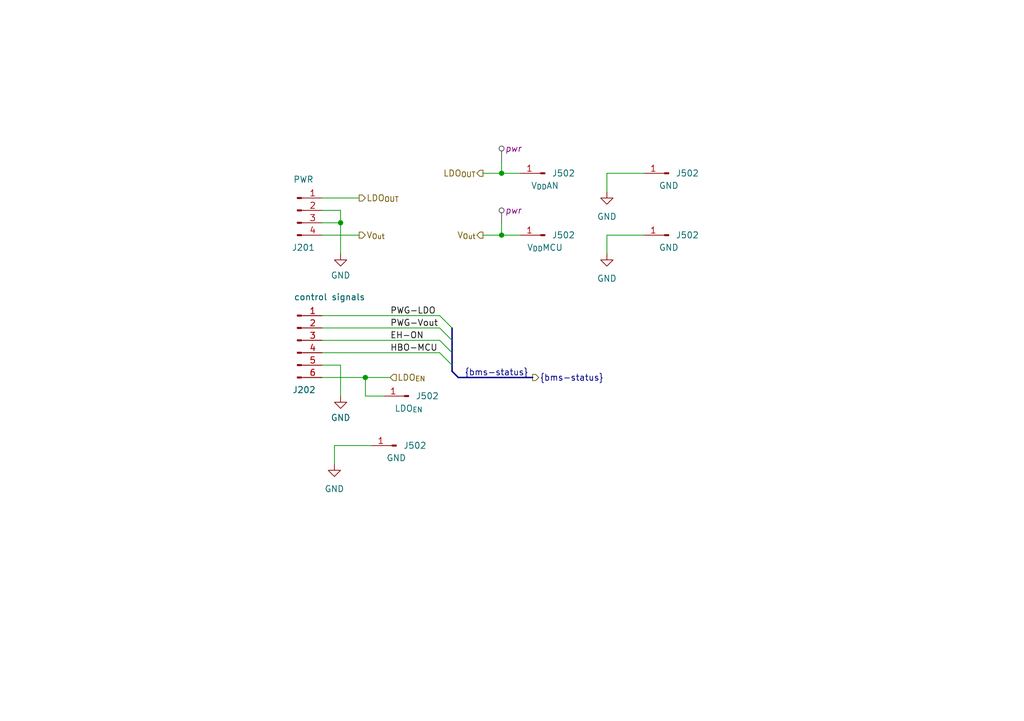
<source format=kicad_sch>
(kicad_sch (version 20230121) (generator eeschema)
  (paper "A5")
  (lib_symbols
    (symbol "Connector:Conn_01x01_Pin" (pin_names (offset 1.016) hide)
      (property "Reference" "J" (at 0 2.54 0))
      (property "Value" "Conn_01x01_Pin" (at 0 -2.54 0))
      (symbol "Conn_01x01_Pin_1_1"
        (polyline (pts (xy 1.27 0) (xy 0.8636 0)) (stroke (width 0.1524)))
        (rectangle (start 0.8636 0.127) (end 0 -0.127) (stroke (width 0.1524)) (fill (type outline)))
        (pin passive line (at 5.08 0 180) (length 3.81) (name "Pin_1") (number "1"))
      )
    )
    (symbol "Connector:Conn_01x04_Pin" (pin_names (offset 1.016) hide)
      (property "Reference" "J" (at 0 5.08 0))
      (property "Value" "Conn_01x04_Pin" (at 0 -7.62 0))
      (symbol "Conn_01x04_Pin_1_1"
        (polyline (pts (xy 1.27 -5.08) (xy 0.8636 -5.08)) (stroke (width 0.1524)))
        (polyline (pts (xy 1.27 -2.54) (xy 0.8636 -2.54)) (stroke (width 0.1524)))
        (polyline (pts (xy 1.27 0) (xy 0.8636 0)) (stroke (width 0.1524)))
        (polyline (pts (xy 1.27 2.54) (xy 0.8636 2.54)) (stroke (width 0.1524)))
        (rectangle (start 0.8636 -4.953) (end 0 -5.207) (stroke (width 0.1524)) (fill (type outline)))
        (rectangle (start 0.8636 -2.413) (end 0 -2.667) (stroke (width 0.1524)) (fill (type outline)))
        (rectangle (start 0.8636 0.127) (end 0 -0.127) (stroke (width 0.1524)) (fill (type outline)))
        (rectangle (start 0.8636 2.667) (end 0 2.413) (stroke (width 0.1524)) (fill (type outline)))
        (pin passive line (at 5.08 2.54 180) (length 3.81) (name "Pin_1") (number "1"))
        (pin passive line (at 5.08 0 180) (length 3.81) (name "Pin_2") (number "2"))
        (pin passive line (at 5.08 -2.54 180) (length 3.81) (name "Pin_3") (number "3"))
        (pin passive line (at 5.08 -5.08 180) (length 3.81) (name "Pin_4") (number "4"))
      )
    )
    (symbol "Connector:Conn_01x06_Pin" (pin_names (offset 1.016) hide)
      (property "Reference" "J" (at 0 7.62 0))
      (property "Value" "Conn_01x06_Pin" (at 0 -10.16 0))
      (symbol "Conn_01x06_Pin_1_1"
        (polyline (pts (xy 1.27 -7.62) (xy 0.8636 -7.62)) (stroke (width 0.1524)))
        (polyline (pts (xy 1.27 -5.08) (xy 0.8636 -5.08)) (stroke (width 0.1524)))
        (polyline (pts (xy 1.27 -2.54) (xy 0.8636 -2.54)) (stroke (width 0.1524)))
        (polyline (pts (xy 1.27 0) (xy 0.8636 0)) (stroke (width 0.1524)))
        (polyline (pts (xy 1.27 2.54) (xy 0.8636 2.54)) (stroke (width 0.1524)))
        (polyline (pts (xy 1.27 5.08) (xy 0.8636 5.08)) (stroke (width 0.1524)))
        (rectangle (start 0.8636 -7.493) (end 0 -7.747) (stroke (width 0.1524)) (fill (type outline)))
        (rectangle (start 0.8636 -4.953) (end 0 -5.207) (stroke (width 0.1524)) (fill (type outline)))
        (rectangle (start 0.8636 -2.413) (end 0 -2.667) (stroke (width 0.1524)) (fill (type outline)))
        (rectangle (start 0.8636 0.127) (end 0 -0.127) (stroke (width 0.1524)) (fill (type outline)))
        (rectangle (start 0.8636 2.667) (end 0 2.413) (stroke (width 0.1524)) (fill (type outline)))
        (rectangle (start 0.8636 5.207) (end 0 4.953) (stroke (width 0.1524)) (fill (type outline)))
        (pin passive line (at 5.08 5.08 180) (length 3.81) (name "Pin_1") (number "1"))
        (pin passive line (at 5.08 2.54 180) (length 3.81) (name "Pin_2") (number "2"))
        (pin passive line (at 5.08 0 180) (length 3.81) (name "Pin_3") (number "3"))
        (pin passive line (at 5.08 -2.54 180) (length 3.81) (name "Pin_4") (number "4"))
        (pin passive line (at 5.08 -5.08 180) (length 3.81) (name "Pin_5") (number "5"))
        (pin passive line (at 5.08 -7.62 180) (length 3.81) (name "Pin_6") (number "6"))
      )
    )
    (symbol "power:GND" (power) (pin_names (offset 0))
      (property "Value" "GND" (at 0 -3.81 0))
      (symbol "GND_0_1"
        (polyline (pts (xy 0 0) (xy 0 -1.27) (xy 1.27 -1.27) (xy 0 -2.54) (xy -1.27 -1.27) (xy 0 -1.27)))
      )
      (symbol "GND_1_1"
        (pin power_in line (at 0 0 270) (length 0) hide (name "GND") (number "1"))
      )
    )
  )
  (junction (at 102.87 35.56))
  (junction (at 74.93 77.47))
  (junction (at 69.85 45.72))
  (junction (at 102.87 48.26))
  (bus_entry (at 90.17 69.85) (size 2.54 2.54))
  (bus_entry (at 90.17 72.39) (size 2.54 2.54))
  (bus_entry (at 90.17 64.77) (size 2.54 2.54))
  (bus_entry (at 90.17 67.31) (size 2.54 2.54))
  (wire (pts (xy 74.93 77.47) (xy 66.04 77.47)))
  (wire (pts (xy 69.85 74.93) (xy 69.85 81.28)))
  (bus (pts (xy 92.71 67.31) (xy 92.71 69.85)))
  (wire (pts (xy 102.87 48.26) (xy 106.68 48.26)))
  (wire (pts (xy 102.87 35.56) (xy 106.68 35.56)))
  (wire (pts (xy 73.66 48.26) (xy 66.04 48.26)))
  (wire (pts (xy 68.58 91.44) (xy 76.2 91.44)))
  (wire (pts (xy 66.04 69.85) (xy 90.17 69.85)))
  (wire (pts (xy 124.46 48.26) (xy 132.08 48.26)))
  (wire (pts (xy 66.04 67.31) (xy 90.17 67.31)))
  (wire (pts (xy 74.93 81.28) (xy 74.93 77.47)))
  (wire (pts (xy 80.01 77.47) (xy 74.93 77.47)))
  (wire (pts (xy 66.04 72.39) (xy 90.17 72.39)))
  (wire (pts (xy 66.04 74.93) (xy 69.85 74.93)))
  (bus (pts (xy 93.98 77.47) (xy 109.22 77.47)))
  (wire (pts (xy 99.06 35.56) (xy 102.87 35.56)))
  (bus (pts (xy 92.71 72.39) (xy 92.71 74.93)))
  (wire (pts (xy 78.74 81.28) (xy 74.93 81.28)))
  (wire (pts (xy 124.46 39.37) (xy 124.46 35.56)))
  (wire (pts (xy 124.46 35.56) (xy 132.08 35.56)))
  (wire (pts (xy 102.87 45.72) (xy 102.87 48.26)))
  (bus (pts (xy 92.71 74.93) (xy 92.71 76.2)))
  (bus (pts (xy 92.71 76.2) (xy 93.98 77.47)))
  (wire (pts (xy 69.85 43.18) (xy 69.85 45.72)))
  (wire (pts (xy 99.06 48.26) (xy 102.87 48.26)))
  (bus (pts (xy 92.71 69.85) (xy 92.71 72.39)))
  (wire (pts (xy 68.58 95.25) (xy 68.58 91.44)))
  (wire (pts (xy 66.04 40.64) (xy 73.66 40.64)))
  (wire (pts (xy 66.04 43.18) (xy 69.85 43.18)))
  (wire (pts (xy 102.87 33.02) (xy 102.87 35.56)))
  (wire (pts (xy 66.04 64.77) (xy 90.17 64.77)))
  (wire (pts (xy 124.46 52.07) (xy 124.46 48.26)))
  (wire (pts (xy 66.04 45.72) (xy 69.85 45.72)))
  (wire (pts (xy 69.85 45.72) (xy 69.85 52.07)))
  (label "PWG-Vout" (at 80.01 67.31 0))
  (label "{bms-status}" (at 95.25 77.47 0))
  (label "PWG-LDO" (at 80.01 64.77 0))
  (label "HBO-MCU" (at 80.01 72.39 0))
  (label "EH-ON" (at 80.01 69.85 0))
  (hierarchical_label "LDO_{OUT}" (shape output) (at 73.66 40.64 0))
  (hierarchical_label "V_{Out}" (shape output) (at 99.06 48.26 180))
  (hierarchical_label "{bms-status}" (shape output) (at 109.22 77.47 0))
  (hierarchical_label "V_{Out}" (shape output) (at 73.66 48.26 0))
  (hierarchical_label "LDO_{OUT}" (shape output) (at 99.06 35.56 180))
  (hierarchical_label "LDO_{EN}" (shape input) (at 80.01 77.47 0))
  (netclass_flag "" (length 2.54) (shape round) (at 102.87 33.02 0) (property "Netclass" "pwr" (at 103.5685 30.48 0) (effects (font italic) (justify left))))
  (netclass_flag "" (length 2.54) (shape round) (at 102.87 45.72 0) (property "Netclass" "pwr" (at 103.5685 43.18 0) (effects (font italic) (justify left))))
  (symbol (lib_id "Connector:Conn_01x04_Pin") (at 60.96 43.18 0) (unit 1)
    (property "Reference" "J201" (at 62.23 50.8 0))
    (property "Value" "PWR" (at 62.23 36.83 0))
    (property "Footprint" "Connector_PinHeader_2.54mm:PinHeader_1x04_P2.54mm_Horizontal" (effects hide))
  )
  (symbol (lib_id "Connector:Conn_01x01_Pin") (at 111.76 48.26 180) (unit 1)
    (property "Reference" "J502" (at 115.57 48.26 0))
    (property "Value" "V_{DD}MCU" (at 111.76 50.8 0))
    (property "Footprint" "testpoint_519x:Testpoint_519xTR" (effects hide))
    (instances (project "sensor" (path "" (reference "J502") (unit 1)) (path "" (reference "J206") (unit 1))))
  )
  (symbol (lib_id "power:GND") (at 124.46 39.37 0) (unit 1)
    (property "Reference" "#PWR0502" (effects hide))
    (property "Value" "GND" (at 124.46 44.45 0))
    (instances (project "sensor" (path "" (reference "#PWR0502") (unit 1)) (path "" (reference "#PWR0204") (unit 1))))
  )
  (symbol (lib_id "Connector:Conn_01x01_Pin") (at 137.16 35.56 180) (unit 1)
    (property "Reference" "J502" (at 140.97 35.56 0))
    (property "Value" "GND" (at 137.16 38.1 0))
    (property "Footprint" "testpoint_519x:Testpoint_519xTR" (effects hide))
    (instances (project "sensor" (path "" (reference "J502") (unit 1)) (path "" (reference "J207") (unit 1))))
  )
  (symbol (lib_id "Connector:Conn_01x06_Pin") (at 60.96 69.85 0) (unit 1)
    (property "Reference" "J202" (at 64.77 80.01 0) (effects (justify right)))
    (property "Value" "control signals" (at 74.93 60.96 0) (effects (justify right)))
    (property "Footprint" "Connector_PinHeader_2.54mm:PinHeader_1x06_P2.54mm_Horizontal" (effects hide))
  )
  (symbol (lib_id "Connector:Conn_01x01_Pin") (at 81.28 91.44 180) (unit 1)
    (property "Reference" "J502" (at 85.09 91.44 0))
    (property "Value" "GND" (at 81.28 93.98 0))
    (property "Footprint" "testpoint_519x:Testpoint_519xTR" (effects hide))
    (instances (project "sensor" (path "" (reference "J502") (unit 1)) (path "" (reference "J203") (unit 1))))
  )
  (symbol (lib_id "Connector:Conn_01x01_Pin") (at 137.16 48.26 180) (unit 1)
    (property "Reference" "J502" (at 140.97 48.26 0))
    (property "Value" "GND" (at 137.16 50.8 0))
    (property "Footprint" "testpoint_519x:Testpoint_519xTR" (effects hide))
    (instances (project "sensor" (path "" (reference "J502") (unit 1)) (path "" (reference "J208") (unit 1))))
  )
  (symbol (lib_id "power:GND") (at 124.46 52.07 0) (unit 1)
    (property "Reference" "#PWR0502" (effects hide))
    (property "Value" "GND" (at 124.46 57.15 0))
    (instances (project "sensor" (path "" (reference "#PWR0502") (unit 1)) (path "" (reference "#PWR0205") (unit 1))))
  )
  (symbol (lib_id "Connector:Conn_01x01_Pin") (at 111.76 35.56 180) (unit 1)
    (property "Reference" "J502" (at 115.57 35.56 0))
    (property "Value" "V_{DD}AN" (at 111.76 38.1 0))
    (property "Footprint" "testpoint_519x:Testpoint_519xTR" (effects hide))
    (instances (project "sensor" (path "" (reference "J502") (unit 1)) (path "" (reference "J205") (unit 1))))
  )
  (symbol (lib_id "power:GND") (at 68.58 95.25 0) (unit 1)
    (property "Reference" "#PWR0502" (effects hide))
    (property "Value" "GND" (at 68.58 100.33 0))
    (instances (project "sensor" (path "" (reference "#PWR0502") (unit 1)) (path "" (reference "#PWR0201") (unit 1))))
  )
  (symbol (lib_id "power:GND") (at 69.85 52.07 0) (unit 1)
    (property "Reference" "#PWR0202" (effects hide))
    (property "Value" "GND" (at 69.85 56.515 0))
  )
  (symbol (lib_id "Connector:Conn_01x01_Pin") (at 83.82 81.28 180) (unit 1)
    (property "Reference" "J502" (at 87.63 81.28 0))
    (property "Value" "LDO_{EN}" (at 83.82 83.82 0))
    (property "Footprint" "testpoint_519x:Testpoint_519xTR" (effects hide))
    (instances (project "sensor" (path "" (reference "J502") (unit 1)) (path "" (reference "J204") (unit 1))))
  )
  (symbol (lib_id "power:GND") (at 69.85 81.28 0) (unit 1)
    (property "Reference" "#PWR0203" (effects hide))
    (property "Value" "GND" (at 69.85 85.725 0))
  )
)
</source>
